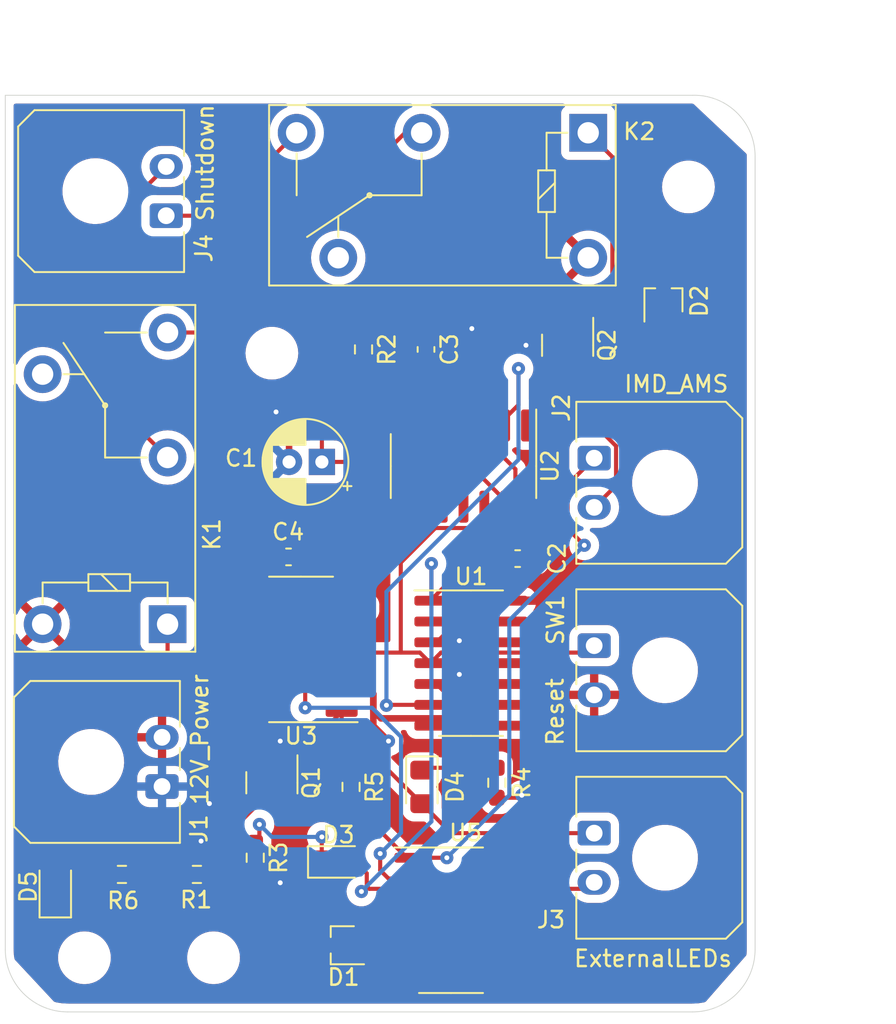
<source format=kicad_pcb>
(kicad_pcb (version 20211014) (generator pcbnew)
  (layers (0 "F.Cu" signal) (31 "B.Cu" signal) (34 "B.Paste" user) (35 "F.Paste" user) (36 "B.SilkS" user "B.Silkscreen") (37 "F.SilkS" user "F.Silkscreen") (38 "B.Mask" user) (39 "F.Mask" user) (44 "Edge.Cuts" user))
  (net 0 "")
  (net 1 "Net-(C1-Pad1)")
  (net 2 "GND")
  (net 3 "Net-(D1-Pad1)")
  (net 5 "+12V")
  (net 6 "Net-(D2-Pad1)")
  (net 8 "Net-(D3-Pad1)")
  (net 9 "/IMD_FAULT_LATCHED")
  (net 10 "Net-(D4-Pad1)")
  (net 11 "/AMS_FAULT_LATCHED")
  (net 12 "/~{AMS_NO_FAULT}")
  (net 13 "/IMD_OK_{HS}")
  (net 14 "/SHUTDOWN_IN")
  (net 15 "/SHUTDOWN_OUT")
  (net 16 "Net-(K1-Pad3)")
  (net 19 "/POR")
  (net 21 "Net-(U1-Pad6)")
  (net 23 "Net-(U3-Pad6)")
  (net 24 "Net-(D5-Pad1)")
  (footprint "Connector_Molex:Molex_Micro-Fit_3.0_43650-0200_1x02_P3.00mm_Horizontal" (layer "F.Cu") (at 34.45 30.71 90)
    (fp_text reference "J4" (at -1.9798 2.3038 90) (layer "F.SilkS"))
    (fp_text value "Shutdown" (at 3.2272 2.38 270) (layer "F.SilkS"))
    (pad "" np_thru_hole circle (at 1.5 -4.32 90) (size 3 3) (drill 3) (layers *.Cu *.Mask))
    (pad "1" thru_hole roundrect (at 0 0 90) (size 1.5 2.02) (drill 1.02) (layers *.Cu *.Mask) (roundrect_rratio 0.166667) (net 14 "/SHUTDOWN_IN"))
    (pad "2" thru_hole oval (at 3 0 90) (size 1.5 2.02) (drill 1.02) (layers *.Cu *.Mask) (net 15 "/SHUTDOWN_OUT"))
  )
  (footprint "Connector_Molex:Molex_Micro-Fit_3.0_43650-0200_1x02_P3.00mm_Horizontal" (layer "F.Cu") (at 60.546 45.49 -90)
    (fp_text reference "J2" (at -3.072 1.999 90) (layer "F.SilkS"))
    (fp_text value "IMD_AMS" (at -4.5198 -5.0114 180) (layer "F.SilkS"))
    (pad "" np_thru_hole circle (at 1.5 -4.32 270) (size 3 3) (drill 3) (layers *.Cu *.Mask))
    (pad "1" thru_hole roundrect (at 0 0 270) (size 1.5 2.02) (drill 1.02) (layers *.Cu *.Mask) (roundrect_rratio 0.166667) (net 12 "/~{AMS_NO_FAULT}"))
    (pad "2" thru_hole oval (at 3 0 270) (size 1.5 2.02) (drill 1.02) (layers *.Cu *.Mask) (net 13 "/IMD_OK_{HS}"))
  )
  (footprint "MountingHole:MountingHole_2.2mm_M2" (layer "F.Cu") (at 37.338 75.946)
    (fp_text reference "H1")
    (fp_text value "MountingHole")
    (pad "" np_thru_hole circle (at 0 0) (size 2.2 2.2) (drill 2.2) (layers *.Cu *.Mask))
  )
  (footprint "Resistor_SMD:R_0603_1608Metric_Pad0.98x0.95mm_HandSolder" (layer "F.Cu") (at 46.482 38.862 -90)
    (fp_text reference "R2" (at 0 -1.43 90) (layer "F.SilkS"))
    (fp_text value "10k")
    (pad "1" smd roundrect (at -0.9125 0 270) (size 0.975 0.95) (layers "F.Cu" "F.Paste" "F.Mask") (net 1 "Net-(C1-Pad1)"))
    (pad "2" smd roundrect (at 0.9125 0 270) (size 0.975 0.95) (layers "F.Cu" "F.Paste" "F.Mask") (net 5 "+12V"))
  )
  (footprint "Capacitor_SMD:C_0603_1608Metric_Pad1.08x0.95mm_HandSolder" (layer "F.Cu") (at 50.292 38.862 -90)
    (fp_text reference "C3" (at 0 -1.43 90) (layer "F.SilkS"))
    (fp_text value "100n")
    (pad "1" smd roundrect (at -0.8625 0 270) (size 1.075 0.95) (layers "F.Cu" "F.Paste" "F.Mask") (net 5 "+12V"))
    (pad "2" smd roundrect (at 0.8625 0 270) (size 1.075 0.95) (layers "F.Cu" "F.Paste" "F.Mask") (net 2 "GND"))
  )
  (footprint "Resistor_SMD:R_0603_1608Metric_Pad0.98x0.95mm_HandSolder" (layer "F.Cu") (at 54.61 65.278 -90)
    (fp_text reference "R4" (at 0 -1.524 90) (layer "F.SilkS"))
    (fp_text value "1k")
    (pad "1" smd roundrect (at -0.9125 0 270) (size 0.975 0.95) (layers "F.Cu" "F.Paste" "F.Mask") (net 10 "Net-(D4-Pad1)"))
    (pad "2" smd roundrect (at 0.9125 0 270) (size 0.975 0.95) (layers "F.Cu" "F.Paste" "F.Mask") (net 2 "GND"))
  )
  (footprint "MountingHole:MountingHole_2.2mm_M2" (layer "F.Cu") (at 29.464 75.946)
    (fp_text reference "H4")
    (fp_text value "MountingHole")
    (pad "" np_thru_hole circle (at 0 0) (size 2.2 2.2) (drill 2.2) (layers *.Cu *.Mask))
  )
  (footprint "Package_TO_SOT_SMD:SOT-23" (layer "F.Cu") (at 58.928 38.608 -90)
    (fp_text reference "Q2" (at 0 -2.4 90) (layer "F.SilkS"))
    (fp_text value "XP262N7002TR-G")
    (pad "1" smd roundrect (at -0.9375 -0.95 270) (size 1.475 0.6) (layers "F.Cu" "F.Paste" "F.Mask") (net 9 "/IMD_FAULT_LATCHED"))
    (pad "2" smd roundrect (at -0.9375 0.95 270) (size 1.475 0.6) (layers "F.Cu" "F.Paste" "F.Mask") (net 2 "GND"))
    (pad "3" smd roundrect (at 0.9375 0 270) (size 1.475 0.6) (layers "F.Cu" "F.Paste" "F.Mask") (net 6 "Net-(D2-Pad1)"))
  )
  (footprint "LED_SMD:LED_0805_2012Metric_Pad1.15x1.40mm_HandSolder" (layer "F.Cu") (at 44.958 70.104)
    (fp_text reference "D3" (at 0 -1.65) (layer "F.SilkS"))
    (fp_text value "LED")
    (pad "1" smd roundrect (at -1.025 0) (size 1.15 1.4) (layers "F.Cu" "F.Paste" "F.Mask") (roundrect_rratio 0.217391) (net 8 "Net-(D3-Pad1)"))
    (pad "2" smd roundrect (at 1.025 0) (size 1.15 1.4) (layers "F.Cu" "F.Paste" "F.Mask") (roundrect_rratio 0.217391) (net 9 "/IMD_FAULT_LATCHED"))
  )
  (footprint "MountingHole:MountingHole_2.2mm_M2" (layer "F.Cu") (at 66.294 28.956)
    (fp_text reference "H3")
    (fp_text value "MountingHole")
    (pad "" np_thru_hole circle (at 0 0) (size 2.2 2.2) (drill 2.2) (layers *.Cu *.Mask))
  )
  (footprint "Resistor_SMD:R_0603_1608Metric_Pad0.98x0.95mm_HandSolder" (layer "F.Cu") (at 39.878 69.85 -90)
    (fp_text reference "R3" (at 0 -1.43 90) (layer "F.SilkS"))
    (fp_text value "1k")
    (pad "1" smd roundrect (at -0.9125 0 270) (size 0.975 0.95) (layers "F.Cu" "F.Paste" "F.Mask") (net 8 "Net-(D3-Pad1)"))
    (pad "2" smd roundrect (at 0.9125 0 270) (size 0.975 0.95) (layers "F.Cu" "F.Paste" "F.Mask") (net 2 "GND"))
  )
  (footprint "Package_TO_SOT_SMD:SOT-323_SC-70" (layer "F.Cu") (at 64.77 35.8648 90)
    (fp_text reference "D2" (at -0.0508 2.1844 90) (layer "F.SilkS"))
    (fp_text value "BAT54W")
    (pad "1" smd rect (at -1 -0.65) (size 0.45 0.7) (layers "F.Cu" "F.Paste" "F.Mask") (net 6 "Net-(D2-Pad1)"))
    (pad "2" smd rect (at -1 0.65) (size 0.45 0.7) (layers "F.Cu" "F.Paste" "F.Mask"))
    (pad "3" smd rect (at 1 0) (size 0.45 0.7) (layers "F.Cu" "F.Paste" "F.Mask") (net 5 "+12V"))
  )
  (footprint "Package_TO_SOT_SMD:SOT-323_SC-70" (layer "F.Cu") (at 45.212 75.184 180)
    (fp_text reference "D1" (at -0.05 -1.95) (layer "F.SilkS"))
    (fp_text value "BAT54W")
    (pad "1" smd rect (at -1 -0.65 90) (size 0.45 0.7) (layers "F.Cu" "F.Paste" "F.Mask") (net 3 "Net-(D1-Pad1)"))
    (pad "2" smd rect (at -1 0.65 90) (size 0.45 0.7) (layers "F.Cu" "F.Paste" "F.Mask"))
    (pad "3" smd rect (at 1 0 90) (size 0.45 0.7) (layers "F.Cu" "F.Paste" "F.Mask") (net 5 "+12V"))
  )
  (footprint "Resistor_SMD:R_0603_1608Metric_Pad0.98x0.95mm_HandSolder" (layer "F.Cu") (at 31.75 70.866)
    (fp_text reference "R6" (at 0.0762 1.6002) (layer "F.SilkS"))
    (fp_text value "1k")
    (pad "1" smd roundrect (at -0.9125 0) (size 0.975 0.95) (layers "F.Cu" "F.Paste" "F.Mask") (net 24 "Net-(D5-Pad1)"))
    (pad "2" smd roundrect (at 0.9125 0) (size 0.975 0.95) (layers "F.Cu" "F.Paste" "F.Mask") (net 2 "GND"))
  )
  (footprint "Capacitor_SMD:C_0603_1608Metric_Pad1.08x0.95mm_HandSolder" (layer "F.Cu") (at 55.88 51.6128 180)
    (fp_text reference "C2" (at -2.413 0 90) (layer "F.SilkS"))
    (fp_text value "100n")
    (pad "1" smd roundrect (at -0.8625 0 180) (size 1.075 0.95) (layers "F.Cu" "F.Paste" "F.Mask") (net 5 "+12V"))
    (pad "2" smd roundrect (at 0.8625 0 180) (size 1.075 0.95) (layers "F.Cu" "F.Paste" "F.Mask") (net 2 "GND"))
  )
  (footprint "Package_SO:SOIC-14_3.9x8.7mm_P1.27mm" (layer "F.Cu") (at 42.672 57.15 180)
    (fp_text reference "U3" (at 0 -5.28) (layer "F.SilkS"))
    (fp_text value "4013")
    (pad "1" smd roundrect (at -2.475 -3.81 180) (size 1.95 0.6) (layers "F.Cu" "F.Paste" "F.Mask") (net 11 "/AMS_FAULT_LATCHED"))
    (pad "2" smd roundrect (at -2.475 -2.54 180) (size 1.95 0.6) (layers "F.Cu" "F.Paste" "F.Mask"))
    (pad "3" smd roundrect (at -2.475 -1.27 180) (size 1.95 0.6) (layers "F.Cu" "F.Paste" "F.Mask") (net 2 "GND"))
    (pad "4" smd roundrect (at -2.475 0 180) (size 1.95 0.6) (layers "F.Cu" "F.Paste" "F.Mask") (net 19 "/POR"))
    (pad "5" smd roundrect (at -2.475 1.27 180) (size 1.95 0.6) (layers "F.Cu" "F.Paste" "F.Mask") (net 2 "GND"))
    (pad "6" smd roundrect (at -2.475 2.54 180) (size 1.95 0.6) (layers "F.Cu" "F.Paste" "F.Mask") (net 23 "Net-(U3-Pad6)"))
    (pad "7" smd roundrect (at -2.475 3.81 180) (size 1.95 0.6) (layers "F.Cu" "F.Paste" "F.Mask") (net 2 "GND"))
    (pad "8" smd roundrect (at 2.475 3.81 180) (size 1.95 0.6) (layers "F.Cu" "F.Paste" "F.Mask"))
    (pad "9" smd roundrect (at 2.475 2.54 180) (size 1.95 0.6) (layers "F.Cu" "F.Paste" "F.Mask"))
    (pad "10" smd roundrect (at 2.475 1.27 180) (size 1.95 0.6) (layers "F.Cu" "F.Paste" "F.Mask"))
    (pad "11" smd roundrect (at 2.475 0 180) (size 1.95 0.6) (layers "F.Cu" "F.Paste" "F.Mask"))
    (pad "12" smd roundrect (at 2.475 -1.27 180) (size 1.95 0.6) (layers "F.Cu" "F.Paste" "F.Mask"))
    (pad "13" smd roundrect (at 2.475 -2.54 180) (size 1.95 0.6) (layers "F.Cu" "F.Paste" "F.Mask"))
    (pad "14" smd roundrect (at 2.475 -3.81 180) (size 1.95 0.6) (layers "F.Cu" "F.Paste" "F.Mask") (net 5 "+12V"))
  )
  (footprint "Capacitor_SMD:C_0603_1608Metric_Pad1.08x0.95mm_HandSolder" (layer "F.Cu") (at 41.91 51.5112)
    (fp_text reference "C4" (at -0.0254 -1.524) (layer "F.SilkS"))
    (fp_text value "100n")
    (pad "1" smd roundrect (at -0.8625 0) (size 1.075 0.95) (layers "F.Cu" "F.Paste" "F.Mask") (net 5 "+12V"))
    (pad "2" smd roundrect (at 0.8625 0) (size 1.075 0.95) (layers "F.Cu" "F.Paste" "F.Mask") (net 2 "GND"))
  )
  (footprint "Package_SO:SOIC-14_3.9x8.7mm_P1.27mm" (layer "F.Cu") (at 51.816 73.66)
    (fp_text reference "U5" (at 0.889 -5.334) (layer "F.SilkS"))
    (fp_text value "40106")
    (pad "1" smd roundrect (at -2.475 -3.81) (size 1.95 0.6) (layers "F.Cu" "F.Paste" "F.Mask") (net 12 "/~{AMS_NO_FAULT}"))
    (pad "2" smd roundrect (at -2.475 -2.54) (size 1.95 0.6) (layers "F.Cu" "F.Paste" "F.Mask") (net 23 "Net-(U3-Pad6)"))
    (pad "3" smd roundrect (at -2.475 -1.27) (size 1.95 0.6) (layers "F.Cu" "F.Paste" "F.Mask"))
    (pad "4" smd roundrect (at -2.475 0) (size 1.95 0.6) (layers "F.Cu" "F.Paste" "F.Mask"))
    (pad "5" smd roundrect (at -2.475 1.27) (size 1.95 0.6) (layers "F.Cu" "F.Paste" "F.Mask"))
    (pad "6" smd roundrect (at -2.475 2.54) (size 1.95 0.6) (layers "F.Cu" "F.Paste" "F.Mask"))
    (pad "7" smd roundrect (at -2.475 3.81) (size 1.95 0.6) (layers "F.Cu" "F.Paste" "F.Mask"))
    (pad "8" smd roundrect (at 2.475 3.81) (size 1.95 0.6) (layers "F.Cu" "F.Paste" "F.Mask"))
    (pad "9" smd roundrect (at 2.475 2.54) (size 1.95 0.6) (layers "F.Cu" "F.Paste" "F.Mask"))
    (pad "10" smd roundrect (at 2.475 1.27) (size 1.95 0.6) (layers "F.Cu" "F.Paste" "F.Mask"))
    (pad "11" smd roundrect (at 2.475 0) (size 1.95 0.6) (layers "F.Cu" "F.Paste" "F.Mask"))
    (pad "12" smd roundrect (at 2.475 -1.27) (size 1.95 0.6) (layers "F.Cu" "F.Paste" "F.Mask"))
    (pad "13" smd roundrect (at 2.475 -2.54) (size 1.95 0.6) (layers "F.Cu" "F.Paste" "F.Mask"))
    (pad "14" smd roundrect (at 2.475 -3.81) (size 1.95 0.6) (layers "F.Cu" "F.Paste" "F.Mask"))
  )
  (footprint "LED_SMD:LED_0805_2012Metric_Pad1.15x1.40mm_HandSolder" (layer "F.Cu") (at 50.038 65.532 -90)
    (fp_text reference "D4" (at 0 -2.032 -90) (layer "F.SilkS"))
    (fp_text value "LED")
    (pad "1" smd roundrect (at -1.025 0 270) (size 1.15 1.4) (layers "F.Cu" "F.Paste" "F.Mask") (roundrect_rratio 0.217391) (net 10 "Net-(D4-Pad1)"))
    (pad "2" smd roundrect (at 1.025 0 270) (size 1.15 1.4) (layers "F.Cu" "F.Paste" "F.Mask") (roundrect_rratio 0.217391) (net 11 "/AMS_FAULT_LATCHED"))
  )
  (footprint "LED_SMD:LED_0805_2012Metric_Pad1.15x1.40mm_HandSolder" (layer "F.Cu") (at 27.686 71.628 90)
    (fp_text reference "D5" (at 0 -1.65 90) (layer "F.SilkS"))
    (fp_text value "LED")
    (pad "1" smd roundrect (at -1.025 0 90) (size 1.15 1.4) (layers "F.Cu" "F.Paste" "F.Mask") (roundrect_rratio 0.217391) (net 24 "Net-(D5-Pad1)"))
    (pad "2" smd roundrect (at 1.025 0 90) (size 1.15 1.4) (layers "F.Cu" "F.Paste" "F.Mask") (roundrect_rratio 0.217391) (net 5 "+12V"))
  )
  (footprint "Capacitor_THT:CP_Radial_D5.0mm_P2.00mm" (layer "F.Cu") (at 43.942 45.72 180)
    (fp_text reference "C1" (at 4.9276 0.2286) (layer "F.SilkS"))
    (fp_text value "10u")
    (pad "1" thru_hole rect (at 0 0 180) (size 1.6 1.6) (drill 0.8) (layers *.Cu *.Mask) (net 1 "Net-(C1-Pad1)"))
    (pad "2" thru_hole circle (at 2 0 180) (size 1.6 1.6) (drill 0.8) (layers *.Cu *.Mask) (net 2 "GND"))
  )
  (footprint "Relay_THT:Relay_SPDT_Omron-G5Q-1" (layer "F.Cu") (at 34.534 55.611 90)
    (fp_text reference "K1" (at 5.4714 2.7024 90) (layer "F.SilkS"))
    (fp_text value "G5Q-1EU DC12")
    (pad "1" thru_hole rect (at 0 0 270) (size 2.3 2.3) (drill 1.3) (layers *.Cu *.Mask) (net 3 "Net-(D1-Pad1)"))
    (pad "2" thru_hole circle (at 10.16 0 270) (size 2.3 2.3) (drill 1.3) (layers *.Cu *.Mask) (net 15 "/SHUTDOWN_OUT"))
    (pad "3" thru_hole circle (at 17.78 0 270) (size 2.3 2.3) (drill 1.3) (layers *.Cu *.Mask) (net 16 "Net-(K1-Pad3)"))
    (pad "4" thru_hole circle (at 15.24 -7.62 270) (size 2.3 2.3) (drill 1.3) (layers *.Cu *.Mask))
    (pad "5" thru_hole circle (at 0 -7.62 270) (size 2.3 2.3) (drill 1.3) (layers *.Cu *.Mask) (net 5 "+12V"))
  )
  (footprint "Connector_Molex:Molex_Micro-Fit_3.0_43650-0200_1x02_P3.00mm_Horizontal" (layer "F.Cu") (at 60.546 68.35 -90)
    (fp_text reference "J3" (at 5.2846 2.634 180) (layer "F.SilkS"))
    (fp_text value "ExternalLEDs" (at 7.6468 -3.589 180) (layer "F.SilkS"))
    (pad "" np_thru_hole circle (at 1.5 -4.32 270) (size 3 3) (drill 3) (layers *.Cu *.Mask))
    (pad "1" thru_hole roundrect (at 0 0 270) (size 1.5 2.02) (drill 1.02) (layers *.Cu *.Mask) (roundrect_rratio 0.166667) (net 11 "/AMS_FAULT_LATCHED"))
    (pad "2" thru_hole oval (at 3 0 270) (size 1.5 2.02) (drill 1.02) (layers *.Cu *.Mask) (net 9 "/IMD_FAULT_LATCHED"))
  )
  (footprint "Package_TO_SOT_SMD:SOT-23" (layer "F.Cu") (at 40.894 65.278 -90)
    (fp_text reference "Q1" (at 0 -2.4 90) (layer "F.SilkS"))
    (fp_text value "XP262N7002TR-G")
    (pad "1" smd roundrect (at -0.9375 -0.95 270) (size 1.475 0.6) (layers "F.Cu" "F.Paste" "F.Mask") (net 11 "/AMS_FAULT_LATCHED"))
    (pad "2" smd roundrect (at -0.9375 0.95 270) (size 1.475 0.6) (layers "F.Cu" "F.Paste" "F.Mask") (net 2 "GND"))
    (pad "3" smd roundrect (at 0.9375 0 270) (size 1.475 0.6) (layers "F.Cu" "F.Paste" "F.Mask") (net 3 "Net-(D1-Pad1)"))
  )
  (footprint "Resistor_SMD:R_0603_1608Metric_Pad0.98x0.95mm_HandSolder" (layer "F.Cu") (at 36.322 70.866)
    (fp_text reference "R1" (at -0.0508 1.5494) (layer "F.SilkS"))
    (fp_text value "10k")
    (pad "1" smd roundrect (at -0.9125 0) (size 0.975 0.95) (layers "F.Cu" "F.Paste" "F.Mask") (net 5 "+12V"))
    (pad "2" smd roundrect (at 0.9125 0) (size 0.975 0.95) (layers "F.Cu" "F.Paste" "F.Mask") (net 2 "GND"))
  )
  (footprint "Connector_Molex:Molex_Micro-Fit_3.0_43650-0200_1x02_P3.00mm_Horizontal" (layer "F.Cu") (at 60.546 56.92 -90)
    (fp_text reference "SW1" (at -1.5734 2.3546 90) (layer "F.SilkS"))
    (fp_text value "Reset" (at 4.04 2.38 90) (layer "F.SilkS"))
    (pad "" np_thru_hole circle (at 1.5 -4.32 270) (size 3 3) (drill 3) (layers *.Cu *.Mask))
    (pad "1" thru_hole roundrect (at 0 0 270) (size 1.5 2.02) (drill 1.02) (layers *.Cu *.Mask) (roundrect_rratio 0.166667) (net 19 "/POR"))
    (pad "2" thru_hole oval (at 3 0 270) (size 1.5 2.02) (drill 1.02) (layers *.Cu *.Mask) (net 5 "+12V"))
  )
  (footprint "Package_SO:SOIC-14_3.9x8.7mm_P1.27mm" (layer "F.Cu") (at 53.0352 57.9882)
    (fp_text reference "U1" (at 0 -5.28) (layer "F.SilkS"))
    (fp_text value "4013")
    (pad "1" smd roundrect (at -2.475 -3.81) (size 1.95 0.6) (layers "F.Cu" "F.Paste" "F.Mask") (net 9 "/IMD_FAULT_LATCHED"))
    (pad "2" smd roundrect (at -2.475 -2.54) (size 1.95 0.6) (layers "F.Cu" "F.Paste" "F.Mask"))
    (pad "3" smd roundrect (at -2.475 -1.27) (size 1.95 0.6) (layers "F.Cu" "F.Paste" "F.Mask") (net 2 "GND"))
    (pad "4" smd roundrect (at -2.475 0) (size 1.95 0.6) (layers "F.Cu" "F.Paste" "F.Mask") (net 19 "/POR"))
    (pad "5" smd roundrect (at -2.475 1.27) (size 1.95 0.6) (layers "F.Cu" "F.Paste" "F.Mask") (net 2 "GND"))
    (pad "6" smd roundrect (at -2.475 2.54) (size 1.95 0.6) (layers "F.Cu" "F.Paste" "F.Mask") (net 21 "Net-(U1-Pad6)"))
    (pad "7" smd roundrect (at -2.475 3.81) (size 1.95 0.6) (layers "F.Cu" "F.Paste" "F.Mask") (net 2 "GND"))
    (pad "8" smd roundrect (at 2.475 3.81) (size 1.95 0.6) (layers "F.Cu" "F.Paste" "F.Mask"))
    (pad "9" smd roundrect (at 2.475 2.54) (size 1.95 0.6) (layers "F.Cu" "F.Paste" "F.Mask"))
    (pad "10" smd roundrect (at 2.475 1.27) (size 1.95 0.6) (layers "F.Cu" "F.Paste" "F.Mask"))
    (pad "11" smd roundrect (at 2.475 0) (size 1.95 0.6) (layers "F.Cu" "F.Paste" "F.Mask"))
    (pad "12" smd roundrect (at 2.475 -1.27) (size 1.95 0.6) (layers "F.Cu" "F.Paste" "F.Mask"))
    (pad "13" smd roundrect (at 2.475 -2.54) (size 1.95 0.6) (layers "F.Cu" "F.Paste" "F.Mask"))
    (pad "14" smd roundrect (at 2.475 -3.81) (size 1.95 0.6) (layers "F.Cu" "F.Paste" "F.Mask") (net 5 "+12V"))
  )
  (footprint "MountingHole:MountingHole_2.2mm_M2" (layer "F.Cu") (at 40.894 39.0906)
    (fp_text reference "H2")
    (fp_text value "MountingHole")
    (pad "" np_thru_hole circle (at 0 0) (size 2.2 2.2) (drill 2.2) (layers *.Cu *.Mask))
  )
  (footprint "Connector_Molex:Molex_Micro-Fit_3.0_43650-0200_1x02_P3.00mm_Horizontal" (layer "F.Cu") (at 34.196 65.508 90)
    (fp_text reference "J1" (at -2.564 2.253 90) (layer "F.SilkS"))
    (fp_text value "12V_Power" (at 2.8716 2.3038 90) (layer "F.SilkS"))
    (pad "" np_thru_hole circle (at 1.5 -4.32 90) (size 3 3) (drill 3) (layers *.Cu *.Mask))
    (pad "1" thru_hole roundrect (at 0 0 90) (size 1.5 2.02) (drill 1.02) (layers *.Cu *.Mask) (roundrect_rratio 0.166667) (net 2 "GND"))
    (pad "2" thru_hole oval (at 3 0 90) (size 1.5 2.02) (drill 1.02) (layers *.Cu *.Mask) (net 5 "+12V"))
  )
  (footprint "Resistor_SMD:R_0603_1608Metric_Pad0.98x0.95mm_HandSolder" (layer "F.Cu") (at 45.72 65.532 -90)
    (fp_text reference "R5" (at 0 -1.43 90) (layer "F.SilkS"))
    (fp_text value "10k")
    (pad "1" smd roundrect (at -0.9125 0 270) (size 0.975 0.95) (layers "F.Cu" "F.Paste" "F.Mask") (net 5 "+12V"))
    (pad "2" smd roundrect (at 0.9125 0 270) (size 0.975 0.95) (layers "F.Cu" "F.Paste" "F.Mask") (net 12 "/~{AMS_NO_FAULT}"))
  )
  (footprint "Relay_THT:Relay_SPDT_Omron-G5Q-1" (layer "F.Cu") (at 60.183 25.654 180)
    (fp_text reference "K2" (at -3.1138 0.0762) (layer "F.SilkS"))
    (fp_text value "G5Q-1EU DC12")
    (pad "1" thru_hole rect (at 0 0) (size 2.3 2.3) (drill 1.3) (layers *.Cu *.Mask) (net 6 "Net-(D2-Pad1)"))
    (pad "2" thru_hole circle (at 10.16 0) (size 2.3 2.3) (drill 1.3) (layers *.Cu *.Mask) (net 16 "Net-(K1-Pad3)"))
    (pad "3" thru_hole circle (at 17.78 0) (size 2.3 2.3) (drill 1.3) (layers *.Cu *.Mask) (net 14 "/SHUTDOWN_IN"))
    (pad "4" thru_hole circle (at 15.24 -7.62) (size 2.3 2.3) (drill 1.3) (layers *.Cu *.Mask))
    (pad "5" thru_hole circle (at 0 -7.62) (size 2.3 2.3) (drill 1.3) (layers *.Cu *.Mask) (net 5 "+12V"))
  )
  (footprint "Package_SO:SOIC-14_3.9x8.7mm_P1.27mm" (layer "F.Cu") (at 52.578 45.974 -90)
    (fp_text reference "U2" (at 0 -5.28 90) (layer "F.SilkS"))
    (fp_text value "40106")
    (pad "1" smd roundrect (at -2.475 -3.81 270) (size 1.95 0.6) (layers "F.Cu" "F.Paste" "F.Mask") (net 13 "/IMD_OK_{HS}"))
    (pad "2" smd roundrect (at -2.475 -2.54 270) (size 1.95 0.6) (layers "F.Cu" "F.Paste" "F.Mask") (net 21 "Net-(U1-Pad6)"))
    (pad "3" smd roundrect (at -2.475 -1.27 270) (size 1.95 0.6) (layers "F.Cu" "F.Paste" "F.Mask"))
    (pad "4" smd roundrect (at -2.475 0 270) (size 1.95 0.6) (layers "F.Cu" "F.Paste" "F.Mask"))
    (pad "5" smd roundrect (at -2.475 1.27 270) (size 1.95 0.6) (layers "F.Cu" "F.Paste" "F.Mask"))
    (pad "6" smd roundrect (at -2.475 2.54 270) (size 1.95 0.6) (layers "F.Cu" "F.Paste" "F.Mask"))
    (pad "7" smd roundrect (at -2.475 3.81 270) (size 1.95 0.6) (layers "F.Cu" "F.Paste" "F.Mask") (net 2 "GND"))
    (pad "8" smd roundrect (at 2.475 3.81 270) (size 1.95 0.6) (layers "F.Cu" "F.Paste" "F.Mask"))
    (pad "9" smd roundrect (at 2.475 2.54 270) (size 1.95 0.6) (layers "F.Cu" "F.Paste" "F.Mask"))
    (pad "10" smd roundrect (at 2.475 1.27 270) (size 1.95 0.6) (layers "F.Cu" "F.Paste" "F.Mask"))
    (pad "11" smd roundrect (at 2.475 0 270) (size 1.95 0.6) (layers "F.Cu" "F.Paste" "F.Mask"))
    (pad "12" smd roundrect (at 2.475 -1.27 270) (size 1.95 0.6) (layers "F.Cu" "F.Paste" "F.Mask") (net 19 "/POR"))
    (pad "13" smd roundrect (at 2.475 -2.54 270) (size 1.95 0.6) (layers "F.Cu" "F.Paste" "F.Mask") (net 1 "Net-(C1-Pad1)"))
    (pad "14" smd roundrect (at 2.475 -3.81 270) (size 1.95 0.6) (layers "F.Cu" "F.Paste" "F.Mask") (net 5 "+12V"))
  )
  (gr_line (start 70.358 75.438) (end 70.358 27.078077) (layer "Edge.Cuts") (width 0.05))
  (gr_arc (start 66.548 23.368) (mid 69.23586 24.419094) (end 70.358 27.078077) (layer "Edge.Cuts") (width 0.05))
  (gr_line (start 24.638 23.368) (end 66.548 23.368) (layer "Edge.Cuts") (width 0.05))
  (gr_line (start 24.638 75.438) (end 24.638 23.368) (layer "Edge.Cuts") (width 0.05))
  (gr_arc (start 28.448 79.248) (mid 25.753923 78.132077) (end 24.638 75.438) (layer "Edge.Cuts") (width 0.05))
  (gr_arc (start 70.358 75.438) (mid 69.242077 78.132077) (end 66.548 79.248) (layer "Edge.Cuts") (width 0.05))
  (gr_line (start 66.548 79.248) (end 28.448 79.248) (layer "Edge.Cuts") (width 0.05))
  (segment (start 52.765072 45.72) (end 43.942 45.72) (width 0.25) (layer "F.Cu") (net 1))
  (segment (start 55.118 48.449) (end 55.118 48.072928) (width 0.25) (layer "F.Cu") (net 1))
  (segment (start 46.482 37.9495) (end 43.942 40.4895) (width 0.25) (layer "F.Cu") (net 1))
  (segment (start 43.942 40.4895) (end 43.942 45.72) (width 0.25) (layer "F.Cu") (net 1))
  (segment (start 55.118 48.072928) (end 52.765072 45.72) (width 0.25) (layer "F.Cu") (net 1))
  (segment (start 36.576 68.834) (end 36.576 70.2075) (width 0.4) (layer "F.Cu") (net 2))
  (segment (start 45.147 58.42) (end 45.629138 58.42) (width 0.4) (layer "F.Cu") (net 2))
  (segment (start 57.0405 38.608) (end 57.978 37.6705) (width 0.4) (layer "F.Cu") (net 2))
  (segment (start 43.77248 56.772382) (end 44.664862 55.88) (width 0.4) (layer "F.Cu") (net 2))
  (segment (start 34.196 69.3325) (end 32.6625 70.866) (width 0.4) (layer "F.Cu") (net 2))
  (segment (start 41.942 43.466) (end 41.148 42.672) (width 0.4) (layer "F.Cu") (net 2))
  (segment (start 50.9535 39.7245) (end 53.086 37.592) (width 0.4) (layer "F.Cu") (net 2))
  (segment (start 51.487427 61.353111) (end 52.07 60.770538) (width 0.4) (layer "F.Cu") (net 2))
  (segment (start 41.402 62.738) (end 41.402 62.8825) (width 0.4) (layer "F.Cu") (net 2))
  (segment (start 34.196 65.508) (end 34.196 69.3325) (width 0.4) (layer "F.Cu") (net 2))
  (segment (start 55.9835 66.1905) (end 54.61 66.1905) (width 0.25) (layer "F.Cu") (net 2))
  (segment (start 36.576 70.2075) (end 37.2345 70.866) (width 0.4) (layer "F.Cu") (net 2))
  (segment (start 47.079489 59.870351) (end 47.079489 61.811489) (width 0.4) (layer "F.Cu") (net 2))
  (segment (start 41.402 62.8825) (end 39.944 64.3405) (width 0.4) (layer "F.Cu") (net 2))
  (segment (start 45.629138 55.88) (end 46.736 54.773138) (width 0.4) (layer "F.Cu") (net 2))
  (segment (start 51.042338 59.2582) (end 50.5602 59.2582) (width 0.4) (layer "F.Cu") (net 2))
  (segment (start 48.768 41.2485) (end 50.292 39.7245) (width 0.4) (layer "F.Cu") (net 2))
  (segment (start 52.07 60.285862) (end 51.042338 59.2582) (width 0.4) (layer "F.Cu") (net 2))
  (segment (start 41.942 45.72) (end 41.942 43.466) (width 0.4) (layer "F.Cu") (net 2))
  (segment (start 50.292 39.7245) (end 50.9535 39.7245) (width 0.4) (layer "F.Cu") (net 2))
  (segment (start 45.147 55.88) (end 45.629138 55.88) (width 0.4) (layer "F.Cu") (net 2))
  (segment (start 46.736 54.773138) (end 46.736 54.446862) (width 0.4) (layer "F.Cu") (net 2))
  (segment (start 41.402 71.374) (end 40.7905 70.7625) (width 0.4) (layer "F.Cu") (net 2))
  (segment (start 37.2345 70.866) (end 35.701 69.3325) (width 0.4) (layer "F.Cu") (net 2))
  (segment (start 47.079489 61.811489) (end 48.006 62.738) (width 0.4) (layer "F.Cu") (net 2))
  (segment (start 52.324 56.61822) (end 50.66018 56.61822) (width 0.4) (layer "F.Cu") (net 2))
  (segment (start 45.147 58.42) (end 44.642978 58.42) (width 0.4) (layer "F.Cu") (net 2))
  (segment (start 56.388 38.608) (end 57.0405 38.608) (width 0.4) (layer "F.Cu") (net 2))
  (segment (start 35.701 69.3325) (end 34.196 69.3325) (width 0.4) (layer "F.Cu") (net 2))
  (segment (start 51.7398 59.2582) (end 50.5602 59.2582) (width 0.4) (layer "F.Cu") (net 2))
  (segment (start 43.77248 57.549502) (end 43.77248 56.772382) (width 0.4) (layer "F.Cu") (net 2))
  (segment (start 46.736 54.446862) (end 45.629138 53.34) (width 0.4) (layer "F.Cu") (net 2))
  (segment (start 47.079489 59.870351) (end 47.079489 60.884769) (width 0.4) (layer "F.Cu") (net 2))
  (segment (start 55.0175 51.6128) (end 55.0175 52.636972) (width 0.25) (layer "F.Cu") (net 2))
  (segment (start 45.147 53.34) (end 44.6013 53.34) (width 0.4) (layer "F.Cu") (net 2))
  (segment (start 44.6013 53.34) (end 42.7725 51.5112) (width 0.4) (layer "F.Cu") (net 2))
  (segment (start 47.079489 60.884769) (end 47.547831 61.353111) (width 0.4) (layer "F.Cu") (net 2))
  (segment (start 44.664862 55.88) (end 45.147 55.88) (width 0.4) (layer "F.Cu") (net 2))
  (segment (start 45.629138 53.34) (end 45.147 53.34) (width 0.4) (layer "F.Cu") (net 2))
  (segment (start 34.196 65.508) (end 36.044 65.508) (width 0.4) (layer "F.Cu") (net 2))
  (segment (start 45.629138 58.42) (end 47.079489 59.870351) (width 0.4) (layer "F.Cu") (net 2))
  (segment (start 55.0175 52.636972) (end 50.936272 56.7182) (width 0.25) (layer "F.Cu") (net 2))
  (segment (start 56.134 66.04) (end 55.9835 66.1905) (width 0.25) (layer "F.Cu") (net 2))
  (segment (start 52.324 58.674) (end 51.7398 59.2582) (width 0.4) (layer "F.Cu") (net 2))
  (segment (start 52.07 60.770538) (end 52.07 60.285862) (width 0.4) (layer "F.Cu") (net 2))
  (segment (start 47.547831 61.353111) (end 51.487427 61.353111) (width 0.4) (layer "F.Cu") (net 2))
  (segment (start 44.642978 58.42) (end 43.77248 57.549502) (width 0.4) (layer "F.Cu") (net 2))
  (segment (start 50.66018 56.61822) (end 50.5602 56.7182) (width 0.4) (layer "F.Cu") (net 2))
  (segment (start 40.7905 70.7625) (end 39.878 70.7625) (width 0.4) (layer "F.Cu") (net 2))
  (segment (start 50.936272 56.7182) (end 50.5602 56.7182) (width 0.25) (layer "F.Cu") (net 2))
  (segment (start 48.768 43.499) (end 48.768 41.2485) (width 0.4) (layer "F.Cu") (net 2))
  (segment (start 36.044 65.508) (end 37.084 66.548) (width 0.4) (layer "F.Cu") (net 2))
  (via (at 56.134 66.04) (size 0.8) (drill 0.3) (layers "F.Cu" "B.Cu") (net 2))
  (via (at 37.084 66.548) (size 0.8) (drill 0.3) (layers "F.Cu" "B.Cu") (net 2))
  (via (at 48.006 62.738) (size 0.8) (drill 0.3) (layers "F.Cu" "B.Cu") (net 2))
  (via (at 36.576 68.834) (size 0.8) (drill 0.3) (layers "F.Cu" "B.Cu") (net 2))
  (via (at 56.388 38.608) (size 0.8) (drill 0.3) (layers "F.Cu" "B.Cu") (net 2))
  (via (at 53.086 37.592) (size 0.8) (drill 0.3) (layers "F.Cu" "B.Cu") (net 2))
  (via (at 52.324 58.674) (size 0.8) (drill 0.3) (layers "F.Cu" "B.Cu") (net 2))
  (via (at 52.324 56.61822) (size 0.8) (drill 0.3) (layers "F.Cu" "B.Cu") (net 2))
  (via (at 41.148 42.672) (size 0.8) (drill 0.3) (layers "F.Cu" "B.Cu") (net 2))
  (via (at 41.402 71.374) (size 0.8) (drill 0.3) (layers "F.Cu" "B.Cu") (net 2))
  (via (at 41.402 62.738) (size 0.8) (drill 0.3) (layers "F.Cu" "B.Cu") (net 2))
  (segment (start 39.116 71.374) (end 36.576 68.834) (width 0.4) (layer "B.Cu") (net 2))
  (segment (start 53.086 37.592) (end 55.372 37.592) (width 0.4) (layer "B.Cu") (net 2))
  (segment (start 41.402 71.374) (end 39.116 71.374) (width 0.4) (layer "B.Cu") (net 2))
  (segment (start 48.006 62.738) (end 41.402 62.738) (width 0.4) (layer "B.Cu") (net 2))
  (segment (start 55.372 37.592) (end 56.388 38.608) (width 0.4) (layer "B.Cu") (net 2))
  (segment (start 37.084 66.548) (end 40.894 62.738) (width 0.4) (layer "B.Cu") (net 2))
  (segment (start 40.894 62.738) (end 41.402 62.738) (width 0.4) (layer "B.Cu") (net 2))
  (segment (start 45.012489 74.634489) (end 42.376489 74.634489) (width 0.25) (layer "F.Cu") (net 3))
  (segment (start 39.07848 67.547448) (end 40.410428 66.2155) (width 0.25) (layer "F.Cu") (net 3))
  (segment (start 39.07848 71.33648) (end 39.07848 67.547448) (width 0.25) (layer "F.Cu") (net 3))
  (segment (start 34.534 59.7308) (end 35.9918 61.1886) (width 0.25) (layer "F.Cu") (net 3))
  (segment (start 42.376489 74.634489) (end 39.07848 71.33648) (width 0.25) (layer "F.Cu") (net 3))
  (segment (start 35.9918 63.0936) (end 39.1137 66.2155) (width 0.25) (layer "F.Cu") (net 3))
  (segment (start 40.410428 66.2155) (end 40.894 66.2155) (width 0.25) (layer "F.Cu") (net 3))
  (segment (start 46.212 75.834) (end 45.012489 74.634489) (width 0.25) (layer "F.Cu") (net 3))
  (segment (start 35.9918 61.1886) (end 35.9918 63.0936) (width 0.25) (layer "F.Cu") (net 3))
  (segment (start 39.1137 66.2155) (end 40.410428 66.2155) (width 0.25) (layer "F.Cu") (net 3))
  (segment (start 34.534 55.611) (end 34.534 59.7308) (width 0.25) (layer "F.Cu") (net 3))
  (segment (start 38.1762 59.315272) (end 38.1762 53.714728) (width 0.25) (layer "F.Cu") (net 5))
  (segment (start 39.820928 60.96) (end 38.1762 59.315272) (width 0.25) (layer "F.Cu") (net 5))
  (segment (start 56.7425 51.6128) (end 56.7425 52.9459) (width 0.25) (layer "F.Cu") (net 5))
  (segment (start 40.379728 51.5112) (end 41.0475 51.5112) (width 0.25) (layer "F.Cu") (net 5))
  (segment (start 56.388 48.449) (end 56.388 51.2583) (width 0.4) (layer "F.Cu") (net 5))
  (segment (start 56.7425 52.9459) (end 55.5102 54.1782) (width 0.25) (layer "F.Cu") (net 5))
  (segment (start 56.388 51.2583) (end 56.7425 51.6128) (width 0.4) (layer "F.Cu") (net 5))
  (segment (start 38.1762 53.714728) (end 40.379728 51.5112) (width 0.25) (layer "F.Cu") (net 5))
  (segment (start 40.197 60.96) (end 39.820928 60.96) (width 0.25) (layer "F.Cu") (net 5))
  (segment (start 61.657511 27.128511) (end 60.183 25.654) (width 0.25) (layer "F.Cu") (net 6))
  (segment (start 58.928 39.5455) (end 59.411572 39.5455) (width 0.25) (layer "F.Cu") (net 6))
  (segment (start 59.411572 39.5455) (end 61.657511 37.299561) (width 0.25) (layer "F.Cu") (net 6))
  (segment (start 61.657511 37.299561) (end 62.092272 36.8648) (width 0.25) (layer "F.Cu") (net 6))
  (segment (start 62.092272 36.8648) (end 64.12 36.8648) (width 0.25) (layer "F.Cu") (net 6))
  (segment (start 61.657511 37.299561) (end 61.657511 27.128511) (width 0.25) (layer "F.Cu") (net 6))
  (segment (start 40.132 68.6835) (end 39.878 68.9375) (width 0.25) (layer "F.Cu") (net 8))
  (segment (start 43.933 68.589) (end 43.942 68.58) (width 0.25) (layer "F.Cu") (net 8))
  (segment (start 40.132 67.818) (end 40.132 68.6835) (width 0.25) (layer "F.Cu") (net 8))
  (segment (start 43.933 70.104) (end 43.933 68.589) (width 0.25) (layer "F.Cu") (net 8))
  (via (at 43.942 68.58) (size 0.8) (drill 0.3) (layers "F.Cu" "B.Cu") (net 8))
  (via (at 40.132 67.818) (size 0.8) (drill 0.3) (layers "F.Cu" "B.Cu") (net 8))
  (segment (start 43.942 68.58) (end 40.894 68.58) (width 0.25) (layer "B.Cu") (net 8))
  (segment (start 40.894 68.58) (end 40.132 67.818) (width 0.25) (layer "B.Cu") (net 8))
  (segment (start 54.49348 38.49592) (end 54.49348 44.908408) (width 0.25) (layer "F.Cu") (net 9))
  (segment (start 60.546 71.35) (end 60.15148 71.74452) (width 0.25) (layer "F.Cu") (net 9))
  (segment (start 54.1924 50.546) (end 50.5602 54.1782) (width 0.25) (layer "F.Cu") (net 9))
  (segment (start 55.74252 50.17548) (end 55.372 50.546) (width 0.25) (layer "F.Cu") (net 9))
  (segment (start 58.7327 36.5252) (end 56.4642 36.5252) (width 0.25) (layer "F.Cu") (net 9))
  (segment (start 55.74252 46.157448) (end 55.74252 50.17548) (width 0.25) (layer "F.Cu") (net 9))
  (segment (start 46.678928 71.583472) (end 46.355 71.9074) (width 0.25) (layer "F.Cu") (net 9))
  (segment (start 46.839976 71.74452) (end 46.678928 71.583472) (width 0.25) (layer "F.Cu") (net 9))
  (segment (start 46.678928 71.583472) (end 46.678928 70.799928) (width 0.25) (layer "F.Cu") (net 9))
  (segment (start 50.6222 54.1162) (end 50.5602 54.1782) (width 0.25) (layer "F.Cu") (net 9))
  (segment (start 60.15148 71.74452) (end 46.839976 71.74452) (width 0.25) (layer "F.Cu") (net 9))
  (segment (start 54.49348 44.908408) (end 55.74252 46.157448) (width 0.25) (layer "F.Cu") (net 9))
  (segment (start 59.878 37.6705) (end 58.7327 36.5252) (width 0.25) (layer "F.Cu") (net 9))
  (segment (start 50.6222 51.9176) (end 50.6222 54.1162) (width 0.25) (layer "F.Cu") (net 9))
  (segment (start 46.678928 70.799928) (end 45.983 70.104) (width 0.25) (layer "F.Cu") (net 9))
  (segment (start 56.4642 36.5252) (end 54.49348 38.49592) (width 0.25) (layer "F.Cu") (net 9))
  (segment (start 55.372 50.546) (end 54.1924 50.546) (width 0.25) (layer "F.Cu") (net 9))
  (via (at 46.355 71.9074) (size 0.8) (drill 0.3) (layers "F.Cu" "B.Cu") (net 9))
  (via (at 50.6222 51.9176) (size 0.8) (drill 0.3) (layers "F.Cu" "B.Cu") (net 9))
  (segment (start 46.355 71.9074) (end 50.6222 67.6402) (width 0.25) (layer "B.Cu") (net 9))
  (segment (start 50.6222 67.6402) (end 50.6222 51.9176) (width 0.25) (layer "B.Cu") (net 9))
  (segment (start 54.61 64.3655) (end 50.1795 64.3655) (width 0.25) (layer "F.Cu") (net 10))
  (segment (start 50.1795 64.3655) (end 50.038 64.507) (width 0.25) (layer "F.Cu") (net 10))
  (segment (start 41.779 64.328) (end 45.147 60.96) (width 0.25) (layer "F.Cu") (net 11))
  (segment (start 51.831 68.35) (end 50.038 66.557) (width 0.25) (layer "F.Cu") (net 11))
  (segment (start 45.147 61.666) (end 45.147 60.96) (width 0.25) (layer "F.Cu") (net 11))
  (segment (start 50.038 66.557) (end 45.147 61.666) (width 0.25) (layer "F.Cu") (net 11))
  (segment (start 60.546 68.35) (end 51.831 68.35) (width 0.25) (layer "F.Cu") (net 11))
  (segment (start 49.1255 69.85) (end 45.72 66.4445) (width 0.25) (layer "F.Cu") (net 12))
  (segment (start 60.546 45.49) (end 58.928 47.108) (width 0.25) (layer "F.Cu") (net 12))
  (segment (start 49.341 69.85) (end 49.1255 69.85) (width 0.25) (layer "F.Cu") (net 12))
  (segment (start 51.562 69.85) (end 49.341 69.85) (width 0.25) (layer "F.Cu") (net 12))
  (segment (start 58.928 47.108) (end 58.928 49.784) (width 0.25) (layer "F.Cu") (net 12))
  (segment (start 58.928 49.784) (end 59.944 50.8) (width 0.25) (layer "F.Cu") (net 12))
  (via (at 59.944 50.8) (size 0.8) (drill 0.3) (layers "F.Cu" "B.Cu") (net 12))
  (via (at 51.562 69.85) (size 0.8) (drill 0.3) (layers "F.Cu" "B.Cu") (net 12))
  (segment (start 55.372 55.372) (end 55.372 66.04) (width 0.25) (layer "B.Cu") (net 12))
  (segment (start 55.372 66.04) (end 51.562 69.85) (width 0.25) (layer "B.Cu") (net 12))
  (segment (start 59.944 50.8) (end 55.372 55.372) (width 0.25) (layer "B.Cu") (net 12))
  (segment (start 61.88052 44.752027) (end 61.88052 47.15548) (width 0.25) (layer "F.Cu") (net 13))
  (segment (start 61.88052 47.15548) (end 60.546 48.49) (width 0.25) (layer "F.Cu") (net 13))
  (segment (start 56.388 43.499) (end 60.627493 43.499) (width 0.25) (layer "F.Cu") (net 13))
  (segment (start 60.627493 43.499) (end 61.88052 44.752027) (width 0.25) (layer "F.Cu") (net 13))
  (segment (start 37.347 30.71) (end 42.403 25.654) (width 0.25) (layer "F.Cu") (net 14))
  (segment (start 34.45 30.71) (end 37.347 30.71) (width 0.25) (layer "F.Cu") (net 14))
  (segment (start 32.696 43.613) (end 34.534 45.451) (width 0.25) (layer "F.Cu") (net 15))
  (segment (start 32.696 29.464) (end 32.696 43.613) (width 0.25) (layer "F.Cu") (net 15))
  (segment (start 34.45 27.71) (end 32.696 29.464) (width 0.25) (layer "F.Cu") (net 15))
  (segment (start 49.0145 25.654) (end 50.023 25.654) (width 0.25) (layer "F.Cu") (net 16))
  (segment (start 36.8375 37.831) (end 49.0145 25.654) (width 0.25) (layer "F.Cu") (net 16))
  (segment (start 34.534 37.831) (end 36.8375 37.831) (width 0.25) (layer "F.Cu") (net 16))
  (segment (start 48.75308 51.85632) (end 50.86088 49.74852) (width 0.25) (layer "F.Cu") (net 19))
  (segment (start 53.848 48.825072) (end 53.848 48.449) (width 0.25) (layer "F.Cu") (net 19))
  (segment (start 48.75308 57.34272) (end 49.91472 57.34272) (width 0.25) (layer "F.Cu") (net 19))
  (segment (start 50.5602 57.9882) (end 51.20568 57.34272) (width 0.25) (layer "F.Cu") (net 19))
  (segment (start 50.86088 49.74852) (end 52.924552 49.74852) (width 0.25) (layer "F.Cu") (net 19))
  (segment (start 51.20568 57.34272) (end 60.12328 57.34272) (width 0.25) (layer "F.Cu") (net 19))
  (segment (start 60.12328 57.34272) (end 60.546 56.92) (width 0.25) (layer "F.Cu") (net 19))
  (segment (start 52.924552 49.74852) (end 53.848 48.825072) (width 0.25) (layer "F.Cu") (net 19))
  (segment (start 49.91472 57.34272) (end 50.5602 57.9882) (width 0.25) (layer "F.Cu") (net 19))
  (segment (start 45.147 57.15) (end 45.33972 57.34272) (width 0.25) (layer "F.Cu") (net 19))
  (segment (start 45.33972 57.34272) (end 48.75308 57.34272) (width 0.25) (layer "F.Cu") (net 19))
  (segment (start 48.75308 57.34272) (end 48.75308 51.85632) (width 0.25) (layer "F.Cu") (net 19))
  (segment (start 47.9044 60.5282) (end 47.879 60.5536) (width 0.25) (layer "F.Cu") (net 21))
  (segment (start 55.9308 42.2402) (end 55.118 43.053) (width 0.25) (layer "F.Cu") (net 21))
  (segment (start 50.5602 60.5282) (end 47.9044 60.5282) (width 0.25) (layer "F.Cu") (net 21))
  (segment (start 55.118 43.053) (end 55.118 43.499) (width 0.25) (layer "F.Cu") (net 21))
  (segment (start 55.9308 40.0304) (end 55.9308 42.2402) (width 0.25) (layer "F.Cu") (net 21))
  (via (at 55.9308 40.0304) (size 0.8) (drill 0.3) (layers "F.Cu" "B.Cu") (net 21))
  (via (at 47.879 60.5536) (size 0.8) (drill 0.3) (layers "F.Cu" "B.Cu") (net 21))
  (segment (start 47.879 53.636186) (end 55.9308 45.584386) (width 0.25) (layer "B.Cu") (net 21))
  (segment (start 55.9308 45.584386) (end 55.9308 40.0304) (width 0.25) (layer "B.Cu") (net 21))
  (segment (start 47.879 60.5536) (end 47.879 53.636186) (width 0.25) (layer "B.Cu") (net 21))
  (segment (start 42.926 56.454928) (end 42.926 60.706) (width 0.25) (layer "F.Cu") (net 23))
  (segment (start 49.341 71.12) (end 48.006 71.12) (width 0.25) (layer "F.Cu") (net 23))
  (segment (start 44.770928 54.61) (end 42.926 56.454928) (width 0.25) (layer "F.Cu") (net 23))
  (segment (start 45.147 54.61) (end 44.770928 54.61) (width 0.25) (layer "F.Cu") (net 23))
  (segment (start 47.498 70.612) (end 47.498 69.596) (width 0.25) (layer "F.Cu") (net 23))
  (segment (start 48.006 71.12) (end 47.498 70.612) (width 0.25) (layer "F.Cu") (net 23))
  (via (at 47.498 69.596) (size 0.8) (drill 0.3) (layers "F.Cu" "B.Cu") (net 23))
  (via (at 42.926 60.706) (size 0.8) (drill 0.3) (layers "F.Cu" "B.Cu") (net 23))
  (segment (start 42.926 60.706) (end 46.998614 60.706) (width 0.25) (layer "B.Cu") (net 23))
  (segment (start 48.768 68.326) (end 47.498 69.596) (width 0.25) (layer "B.Cu") (net 23))
  (segment (start 48.768 62.475386) (end 48.768 68.326) (width 0.25) (layer "B.Cu") (net 23))
  (segment (start 46.998614 60.706) (end 48.768 62.475386) (width 0.25) (layer "B.Cu") (net 23))
  (segment (start 29.0505 72.653) (end 27.686 72.653) (width 0.25) (layer "F.Cu") (net 24))
  (segment (start 30.8375 70.866) (end 29.0505 72.653) (width 0.25) (layer "F.Cu") (net 24))
  (zone (net 5) (net_name "+12V") (layer "F.Cu") (connect_pads (clearance 0.508)) (min_thickness 0.254) (fill yes (thermal_gap 0.508) (thermal_bridge_width 0.508))
    (polygon (pts (xy 70.358 27.432) (xy 70.358 75.184) (xy 66.802 79.248) (xy 28.194 79.248) (xy 24.638 75.438) (xy 24.638 23.368) (xy 66.04 23.368)))
  )
  (zone (net 2) (net_name "GND") (layer "B.Cu") (connect_pads (clearance 0.508)) (min_thickness 0.254) (fill yes (thermal_gap 0.508) (thermal_bridge_width 0.508))
    (polygon (pts (xy 70.358 27.432) (xy 70.358 75.184) (xy 66.802 79.248) (xy 28.194 79.248) (xy 24.638 75.438) (xy 24.638 23.368) (xy 66.04 23.368)))
  )
)
</source>
